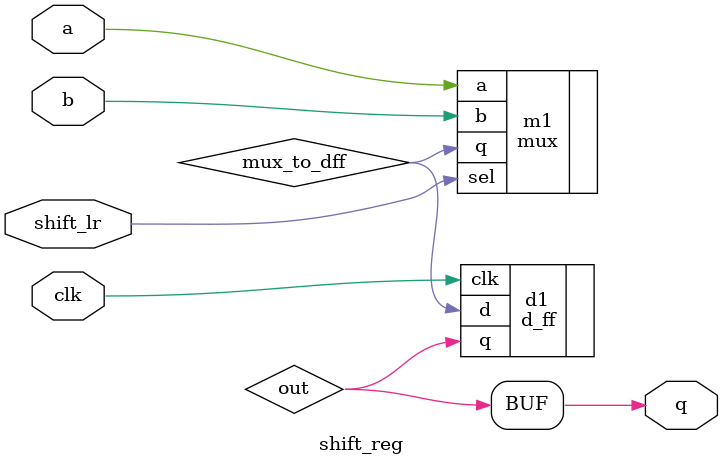
<source format=v>
module shift_reg (
	input clk,
	input a,
	input b,
	input shift_lr,
	output reg q
	);
	
	wire mux_to_dff;
	wire out;
	
	d_ff d1(.clk(clk), .d(mux_to_dff), .q(out));
	mux m1(.a(a), .b(b), .sel(shift_lr), .q(mux_to_dff));
	
	always @(*) begin
		q = out;
	end
	
endmodule 	

</source>
